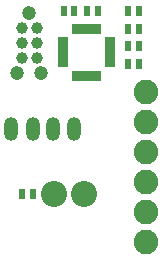
<source format=gts>
G04*
G04 #@! TF.GenerationSoftware,Altium Limited,Altium Designer,25.1.2 (22)*
G04*
G04 Layer_Color=8388736*
%FSLAX44Y44*%
%MOMM*%
G71*
G04*
G04 #@! TF.SameCoordinates,85039238-F816-4201-8C18-7450F5A1B5F2*
G04*
G04*
G04 #@! TF.FilePolarity,Negative*
G04*
G01*
G75*
%ADD15R,0.5032X0.9332*%
%ADD16R,0.9332X0.5032*%
%ADD17R,0.6032X0.9032*%
%ADD18C,0.9906*%
%ADD19C,2.0828*%
%ADD20C,2.2032*%
%ADD21O,1.2032X2.0032*%
%ADD22C,1.1938*%
D15*
X255000Y194650D02*
D03*
X260000D02*
D03*
X265000D02*
D03*
X270000D02*
D03*
X275000D02*
D03*
Y155350D02*
D03*
X270000D02*
D03*
X265000D02*
D03*
X260000D02*
D03*
X255000D02*
D03*
D16*
X284650Y185000D02*
D03*
Y180000D02*
D03*
Y175000D02*
D03*
Y170000D02*
D03*
Y165000D02*
D03*
X245350D02*
D03*
Y170000D02*
D03*
Y175000D02*
D03*
Y180000D02*
D03*
Y185000D02*
D03*
D17*
X210500Y55000D02*
D03*
X219500D02*
D03*
X309500Y165000D02*
D03*
X300500D02*
D03*
X309500Y210000D02*
D03*
X300500D02*
D03*
Y195000D02*
D03*
X309500D02*
D03*
X300500Y180000D02*
D03*
X309500D02*
D03*
X274500Y210000D02*
D03*
X265500D02*
D03*
X245500D02*
D03*
X254500D02*
D03*
D18*
X222700Y170000D02*
D03*
X210000D02*
D03*
X222700Y182700D02*
D03*
X210000D02*
D03*
X222700Y195400D02*
D03*
X210000D02*
D03*
D19*
X315000Y14000D02*
D03*
Y39400D02*
D03*
Y64800D02*
D03*
Y90200D02*
D03*
Y115600D02*
D03*
Y141000D02*
D03*
D20*
X262700Y55000D02*
D03*
X237300D02*
D03*
D21*
X201000Y110000D02*
D03*
X254000D02*
D03*
X237000D02*
D03*
X220000D02*
D03*
D22*
X206190Y157300D02*
D03*
X226510D02*
D03*
X216350Y208100D02*
D03*
M02*

</source>
